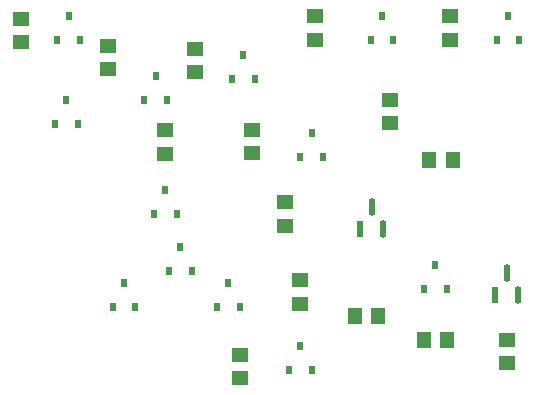
<source format=gtp>
G04*
G04 #@! TF.GenerationSoftware,Altium Limited,Altium Designer,23.3.1 (30)*
G04*
G04 Layer_Color=8421504*
%FSLAX25Y25*%
%MOIN*%
G70*
G04*
G04 #@! TF.SameCoordinates,585462AD-BF79-4466-854D-63341AC199BE*
G04*
G04*
G04 #@! TF.FilePolarity,Positive*
G04*
G01*
G75*
G04:AMPARAMS|DCode=12|XSize=58.04mil|YSize=23.03mil|CornerRadius=11.51mil|HoleSize=0mil|Usage=FLASHONLY|Rotation=90.000|XOffset=0mil|YOffset=0mil|HoleType=Round|Shape=RoundedRectangle|*
%AMROUNDEDRECTD12*
21,1,0.05804,0.00000,0,0,90.0*
21,1,0.03501,0.02303,0,0,90.0*
1,1,0.02303,0.00000,0.01750*
1,1,0.02303,0.00000,-0.01750*
1,1,0.02303,0.00000,-0.01750*
1,1,0.02303,0.00000,0.01750*
%
%ADD12ROUNDEDRECTD12*%
%ADD13R,0.02303X0.05804*%
%ADD14R,0.02362X0.03150*%
%ADD15R,0.04724X0.05709*%
%ADD16R,0.05709X0.04724*%
D12*
X429740Y242364D02*
D03*
X433480Y235000D02*
D03*
X384740Y264364D02*
D03*
X388480Y257000D02*
D03*
D13*
X426000Y235000D02*
D03*
X381000Y257000D02*
D03*
D14*
X406000Y244976D02*
D03*
X409740Y237024D02*
D03*
X402260D02*
D03*
X364740Y288953D02*
D03*
X368480Y281000D02*
D03*
X361000D02*
D03*
X316000Y269976D02*
D03*
X319740Y262024D02*
D03*
X312260D02*
D03*
X361000Y217976D02*
D03*
X364740Y210024D02*
D03*
X357260D02*
D03*
X321000Y250976D02*
D03*
X324740Y243024D02*
D03*
X317260D02*
D03*
X337000Y238976D02*
D03*
X340740Y231024D02*
D03*
X333260D02*
D03*
X430260Y327953D02*
D03*
X434000Y320000D02*
D03*
X426520D02*
D03*
X388260Y327953D02*
D03*
X392000Y320000D02*
D03*
X384520D02*
D03*
X342000Y314976D02*
D03*
X345740Y307024D02*
D03*
X338260D02*
D03*
X283740Y327953D02*
D03*
X287480Y320000D02*
D03*
X280000D02*
D03*
X283000Y300000D02*
D03*
X286740Y292047D02*
D03*
X279260D02*
D03*
X312740Y307953D02*
D03*
X316480Y300000D02*
D03*
X309000D02*
D03*
X302260Y238953D02*
D03*
X306000Y231000D02*
D03*
X298520D02*
D03*
D15*
X402063Y220000D02*
D03*
X409937D02*
D03*
X386937Y228000D02*
D03*
X379063D02*
D03*
X404000Y280000D02*
D03*
X411874D02*
D03*
D16*
X345000Y289937D02*
D03*
Y282063D02*
D03*
X316000Y289874D02*
D03*
Y282000D02*
D03*
X356000Y265874D02*
D03*
Y258000D02*
D03*
X361000Y239874D02*
D03*
Y232000D02*
D03*
X411000Y327874D02*
D03*
Y320000D02*
D03*
X366000Y327874D02*
D03*
Y320000D02*
D03*
X326000Y316937D02*
D03*
Y309063D02*
D03*
X268000Y326937D02*
D03*
Y319063D02*
D03*
X297000Y317937D02*
D03*
Y310063D02*
D03*
X430000Y219937D02*
D03*
Y212063D02*
D03*
X391000Y299937D02*
D03*
Y292063D02*
D03*
X341000Y207063D02*
D03*
Y214937D02*
D03*
M02*

</source>
